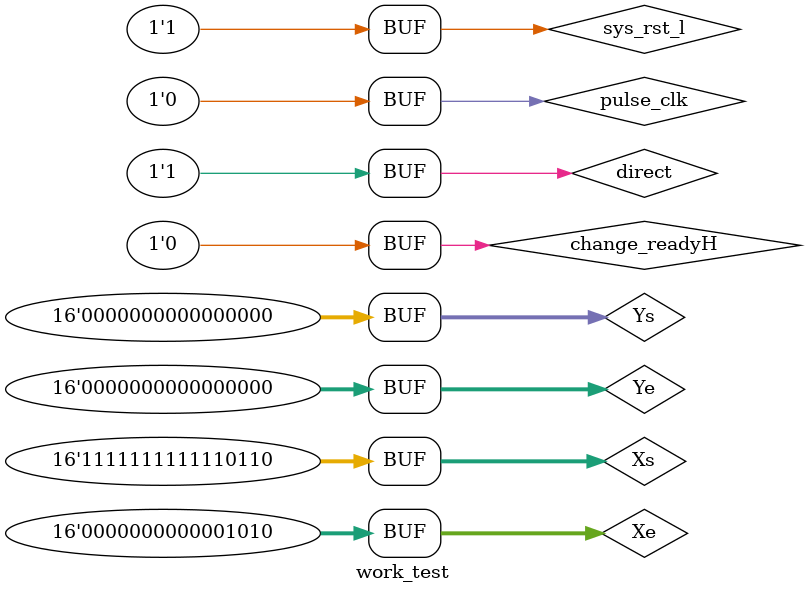
<source format=v>
`timescale 1ns / 1ns
module work_test  ; 
 
  wire   X_acc   ; 
  wire   Y_acc   ; 
  wire   X_dec   ; 
  wire   Y_dec   ; 
  wire   draw_overH   ; 
  reg    pulse_clk   ; 
  reg    sys_rst_l   ; 
  reg    direct   ;
  reg  [15:0] Xs;
  reg  [15:0] Ys;
  reg  [15:0] Xe;
  reg  [15:0] Ye;
  reg   change_readyH   ;
  work  
   DUT  ( 
  	.pulse_clk(pulse_clk),
		.sys_rst_l(sys_rst_l),
		.direct(direct),
		.Xs(Xs),
		.Ys(Ys),
		.Xe(Xe),
		.Ye(Ye),
		.change_readyH(change_readyH),
		// output
		.X_acc(X_acc),
		.Y_acc(Y_acc),
		.X_dec(X_dec),
		.Y_dec(Y_dec),
		.draw_overH(draw_overH)
    );

  initial
  begin
    repeat(100)
    begin
      pulse_clk = 1;
     #50 pulse_clk = 0;
     #50 ;
    end
  end
  initial
  begin
    sys_rst_l = 1;
    #100 sys_rst_l =0;
    #100 sys_rst_l =1;
  end

  initial
  begin
		direct = 1;
		Xs = -10;
		Ys = 0;
		Xe = 10;
		Ye = 0;
  end

  initial
  begin
	   change_readyH = 0;
	   #100 change_readyH = 1;
	   #100 change_readyH = 0;
  end

endmodule

</source>
